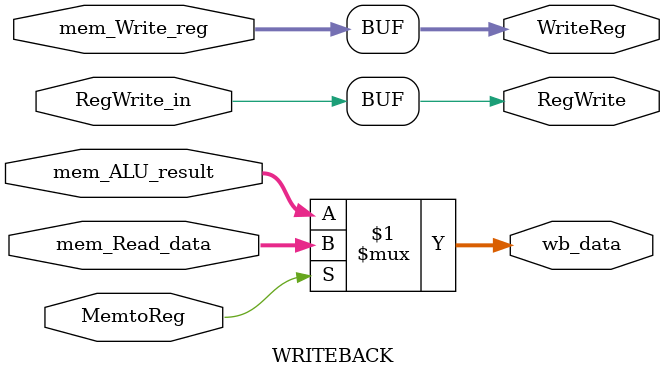
<source format=v>
module WRITEBACK(
    input  wire MemtoReg,
    input  wire RegWrite_in,     
    input  wire [31:0] mem_Read_data,
    input  wire [31:0] mem_ALU_result,
    input  wire [4:0] mem_Write_reg,

    output wire [31:0] wb_data,
    output wire RegWrite,
    output wire [4:0]  WriteReg
);

    assign wb_data  = MemtoReg ? mem_Read_data : mem_ALU_result;

    assign WriteReg = mem_Write_reg;
    
    assign RegWrite = RegWrite_in;

endmodule
</source>
